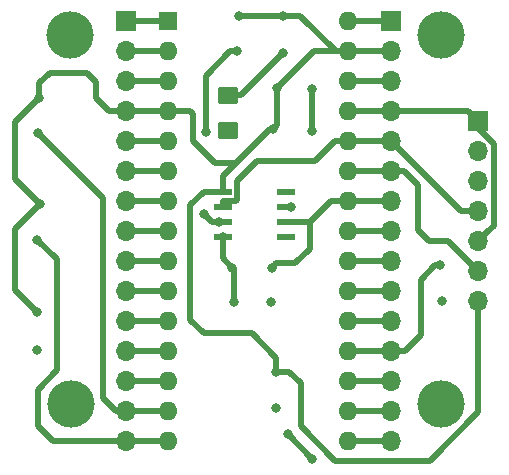
<source format=gbr>
G04 #@! TF.GenerationSoftware,KiCad,Pcbnew,5.0.2-bee76a0~70~ubuntu18.04.1*
G04 #@! TF.CreationDate,2019-01-29T19:41:14+01:00*
G04 #@! TF.ProjectId,ustepper_41_nano,75737465-7070-4657-925f-34315f6e616e,rev?*
G04 #@! TF.SameCoordinates,Original*
G04 #@! TF.FileFunction,Copper,L2,Bot*
G04 #@! TF.FilePolarity,Positive*
%FSLAX46Y46*%
G04 Gerber Fmt 4.6, Leading zero omitted, Abs format (unit mm)*
G04 Created by KiCad (PCBNEW 5.0.2-bee76a0~70~ubuntu18.04.1) date mar 29 ene 2019 19:41:14 CET*
%MOMM*%
%LPD*%
G01*
G04 APERTURE LIST*
G04 #@! TA.AperFunction,SMDPad,CuDef*
%ADD10R,1.550000X0.600000*%
G04 #@! TD*
G04 #@! TA.AperFunction,ComponentPad*
%ADD11R,1.600000X1.600000*%
G04 #@! TD*
G04 #@! TA.AperFunction,ComponentPad*
%ADD12O,1.600000X1.600000*%
G04 #@! TD*
G04 #@! TA.AperFunction,ComponentPad*
%ADD13O,1.700000X1.700000*%
G04 #@! TD*
G04 #@! TA.AperFunction,ComponentPad*
%ADD14R,1.700000X1.700000*%
G04 #@! TD*
G04 #@! TA.AperFunction,Conductor*
%ADD15C,0.100000*%
G04 #@! TD*
G04 #@! TA.AperFunction,SMDPad,CuDef*
%ADD16C,1.425000*%
G04 #@! TD*
G04 #@! TA.AperFunction,ViaPad*
%ADD17C,4.000000*%
G04 #@! TD*
G04 #@! TA.AperFunction,ViaPad*
%ADD18C,0.800000*%
G04 #@! TD*
G04 #@! TA.AperFunction,Conductor*
%ADD19C,0.500000*%
G04 #@! TD*
G04 APERTURE END LIST*
D10*
G04 #@! TO.P,U1,1*
G04 #@! TO.N,27-5V*
X139500000Y-70718920D03*
G04 #@! TO.P,U1,2*
G04 #@! TO.N,Net-(C3-Pad1)*
X139500000Y-69448920D03*
G04 #@! TO.P,U1,3*
G04 #@! TO.N,A7-ASA*
X139500000Y-68178920D03*
G04 #@! TO.P,U1,4*
G04 #@! TO.N,29-GND*
X139500000Y-66908920D03*
G04 #@! TO.P,U1,5*
G04 #@! TO.N,N/C*
X144900000Y-66908920D03*
G04 #@! TO.P,U1,6*
G04 #@! TO.N,A4-SDA*
X144900000Y-68178920D03*
G04 #@! TO.P,U1,7*
G04 #@! TO.N,A5-SCL*
X144900000Y-69448920D03*
G04 #@! TO.P,U1,8*
G04 #@! TO.N,N/C*
X144900000Y-70718920D03*
G04 #@! TD*
D11*
G04 #@! TO.P,A1,1*
G04 #@! TO.N,D1-TXD*
X134878640Y-52441740D03*
D12*
G04 #@! TO.P,A1,17*
G04 #@! TO.N,17-3V3*
X150118640Y-85461740D03*
G04 #@! TO.P,A1,2*
G04 #@! TO.N,D0-RXD*
X134878640Y-54981740D03*
G04 #@! TO.P,A1,18*
G04 #@! TO.N,18-AREF*
X150118640Y-82921740D03*
G04 #@! TO.P,A1,3*
G04 #@! TO.N,3-RST*
X134878640Y-57521740D03*
G04 #@! TO.P,A1,19*
G04 #@! TO.N,A0-V*
X150118640Y-80381740D03*
G04 #@! TO.P,A1,4*
G04 #@! TO.N,29-GND*
X134878640Y-60061740D03*
G04 #@! TO.P,A1,20*
G04 #@! TO.N,A1-I*
X150118640Y-77841740D03*
G04 #@! TO.P,A1,5*
G04 #@! TO.N,D2-*
X134878640Y-62601740D03*
G04 #@! TO.P,A1,21*
G04 #@! TO.N,A2-VEL_DER*
X150118640Y-75301740D03*
G04 #@! TO.P,A1,6*
G04 #@! TO.N,D3-*
X134878640Y-65141740D03*
G04 #@! TO.P,A1,22*
G04 #@! TO.N,A3-VEL_IZQ*
X150118640Y-72761740D03*
G04 #@! TO.P,A1,7*
G04 #@! TO.N,D4-STEP*
X134878640Y-67681740D03*
G04 #@! TO.P,A1,23*
G04 #@! TO.N,A4-SDA*
X150118640Y-70221740D03*
G04 #@! TO.P,A1,8*
G04 #@! TO.N,D5-*
X134878640Y-70221740D03*
G04 #@! TO.P,A1,24*
G04 #@! TO.N,A5-SCL*
X150118640Y-67681740D03*
G04 #@! TO.P,A1,9*
G04 #@! TO.N,D6-*
X134878640Y-72761740D03*
G04 #@! TO.P,A1,25*
G04 #@! TO.N,A6-TEMP*
X150118640Y-65141740D03*
G04 #@! TO.P,A1,10*
G04 #@! TO.N,D7-DIR*
X134878640Y-75301740D03*
G04 #@! TO.P,A1,26*
G04 #@! TO.N,A7-ASA*
X150118640Y-62601740D03*
G04 #@! TO.P,A1,11*
G04 #@! TO.N,D8-ENA*
X134878640Y-77841740D03*
G04 #@! TO.P,A1,27*
G04 #@! TO.N,27-5V*
X150118640Y-60061740D03*
G04 #@! TO.P,A1,12*
G04 #@! TO.N,D9-PWM-OUT*
X134878640Y-80381740D03*
G04 #@! TO.P,A1,28*
G04 #@! TO.N,28-RST*
X150118640Y-57521740D03*
G04 #@! TO.P,A1,13*
G04 #@! TO.N,D10-*
X134878640Y-82921740D03*
G04 #@! TO.P,A1,29*
G04 #@! TO.N,29-GND*
X150118640Y-54981740D03*
G04 #@! TO.P,A1,14*
G04 #@! TO.N,D11-MS1*
X134878640Y-85461740D03*
G04 #@! TO.P,A1,30*
G04 #@! TO.N,30-VIN*
X150118640Y-52441740D03*
G04 #@! TO.P,A1,15*
G04 #@! TO.N,D12-MS2*
X134878640Y-88001740D03*
G04 #@! TO.P,A1,16*
G04 #@! TO.N,D13-MS3*
X150118640Y-88001740D03*
G04 #@! TD*
D13*
G04 #@! TO.P,J1,15*
G04 #@! TO.N,D12-MS2*
X131315020Y-88004280D03*
G04 #@! TO.P,J1,14*
G04 #@! TO.N,D11-MS1*
X131315020Y-85464280D03*
G04 #@! TO.P,J1,13*
G04 #@! TO.N,D10-*
X131315020Y-82924280D03*
G04 #@! TO.P,J1,12*
G04 #@! TO.N,D9-PWM-OUT*
X131315020Y-80384280D03*
G04 #@! TO.P,J1,11*
G04 #@! TO.N,D8-ENA*
X131315020Y-77844280D03*
G04 #@! TO.P,J1,10*
G04 #@! TO.N,D7-DIR*
X131315020Y-75304280D03*
G04 #@! TO.P,J1,9*
G04 #@! TO.N,D6-*
X131315020Y-72764280D03*
G04 #@! TO.P,J1,8*
G04 #@! TO.N,D5-*
X131315020Y-70224280D03*
G04 #@! TO.P,J1,7*
G04 #@! TO.N,D4-STEP*
X131315020Y-67684280D03*
G04 #@! TO.P,J1,6*
G04 #@! TO.N,D3-*
X131315020Y-65144280D03*
G04 #@! TO.P,J1,5*
G04 #@! TO.N,D2-*
X131315020Y-62604280D03*
G04 #@! TO.P,J1,4*
G04 #@! TO.N,29-GND*
X131315020Y-60064280D03*
G04 #@! TO.P,J1,3*
G04 #@! TO.N,3-RST*
X131315020Y-57524280D03*
G04 #@! TO.P,J1,2*
G04 #@! TO.N,D0-RXD*
X131315020Y-54984280D03*
D14*
G04 #@! TO.P,J1,1*
G04 #@! TO.N,D1-TXD*
X131315020Y-52444280D03*
G04 #@! TD*
G04 #@! TO.P,J3,1*
G04 #@! TO.N,30-VIN*
X153720360Y-52454440D03*
D13*
G04 #@! TO.P,J3,2*
G04 #@! TO.N,29-GND*
X153720360Y-54994440D03*
G04 #@! TO.P,J3,3*
G04 #@! TO.N,28-RST*
X153720360Y-57534440D03*
G04 #@! TO.P,J3,4*
G04 #@! TO.N,27-5V*
X153720360Y-60074440D03*
G04 #@! TO.P,J3,5*
G04 #@! TO.N,A7-ASA*
X153720360Y-62614440D03*
G04 #@! TO.P,J3,6*
G04 #@! TO.N,A6-TEMP*
X153720360Y-65154440D03*
G04 #@! TO.P,J3,7*
G04 #@! TO.N,A5-SCL*
X153720360Y-67694440D03*
G04 #@! TO.P,J3,8*
G04 #@! TO.N,A4-SDA*
X153720360Y-70234440D03*
G04 #@! TO.P,J3,9*
G04 #@! TO.N,A3-VEL_IZQ*
X153720360Y-72774440D03*
G04 #@! TO.P,J3,10*
G04 #@! TO.N,A2-VEL_DER*
X153720360Y-75314440D03*
G04 #@! TO.P,J3,11*
G04 #@! TO.N,A1-I*
X153720360Y-77854440D03*
G04 #@! TO.P,J3,12*
G04 #@! TO.N,A0-V*
X153720360Y-80394440D03*
G04 #@! TO.P,J3,13*
G04 #@! TO.N,18-AREF*
X153720360Y-82934440D03*
G04 #@! TO.P,J3,14*
G04 #@! TO.N,17-3V3*
X153720360Y-85474440D03*
G04 #@! TO.P,J3,15*
G04 #@! TO.N,D13-MS3*
X153720360Y-88014440D03*
G04 #@! TD*
D14*
G04 #@! TO.P,J5,1*
G04 #@! TO.N,27-5V*
X161154940Y-60943120D03*
D13*
G04 #@! TO.P,J5,2*
G04 #@! TO.N,AIN-10V*
X161154940Y-63483120D03*
G04 #@! TO.P,J5,3*
G04 #@! TO.N,AN-OUT*
X161154940Y-66023120D03*
G04 #@! TO.P,J5,4*
G04 #@! TO.N,A7-ASA*
X161154940Y-68563120D03*
G04 #@! TO.P,J5,5*
G04 #@! TO.N,27-5V*
X161154940Y-71103120D03*
G04 #@! TO.P,J5,6*
G04 #@! TO.N,A6-TEMP*
X161154940Y-73643120D03*
G04 #@! TO.P,J5,7*
G04 #@! TO.N,29-GND*
X161154940Y-76183120D03*
G04 #@! TD*
D15*
G04 #@! TO.N,27-5V*
G04 #@! TO.C,TH1*
G36*
X140603064Y-58033124D02*
X140627333Y-58036724D01*
X140651131Y-58042685D01*
X140674231Y-58050950D01*
X140696409Y-58061440D01*
X140717453Y-58074053D01*
X140737158Y-58088667D01*
X140755337Y-58105143D01*
X140771813Y-58123322D01*
X140786427Y-58143027D01*
X140799040Y-58164071D01*
X140809530Y-58186249D01*
X140817795Y-58209349D01*
X140823756Y-58233147D01*
X140827356Y-58257416D01*
X140828560Y-58281920D01*
X140828560Y-59206920D01*
X140827356Y-59231424D01*
X140823756Y-59255693D01*
X140817795Y-59279491D01*
X140809530Y-59302591D01*
X140799040Y-59324769D01*
X140786427Y-59345813D01*
X140771813Y-59365518D01*
X140755337Y-59383697D01*
X140737158Y-59400173D01*
X140717453Y-59414787D01*
X140696409Y-59427400D01*
X140674231Y-59437890D01*
X140651131Y-59446155D01*
X140627333Y-59452116D01*
X140603064Y-59455716D01*
X140578560Y-59456920D01*
X139328560Y-59456920D01*
X139304056Y-59455716D01*
X139279787Y-59452116D01*
X139255989Y-59446155D01*
X139232889Y-59437890D01*
X139210711Y-59427400D01*
X139189667Y-59414787D01*
X139169962Y-59400173D01*
X139151783Y-59383697D01*
X139135307Y-59365518D01*
X139120693Y-59345813D01*
X139108080Y-59324769D01*
X139097590Y-59302591D01*
X139089325Y-59279491D01*
X139083364Y-59255693D01*
X139079764Y-59231424D01*
X139078560Y-59206920D01*
X139078560Y-58281920D01*
X139079764Y-58257416D01*
X139083364Y-58233147D01*
X139089325Y-58209349D01*
X139097590Y-58186249D01*
X139108080Y-58164071D01*
X139120693Y-58143027D01*
X139135307Y-58123322D01*
X139151783Y-58105143D01*
X139169962Y-58088667D01*
X139189667Y-58074053D01*
X139210711Y-58061440D01*
X139232889Y-58050950D01*
X139255989Y-58042685D01*
X139279787Y-58036724D01*
X139304056Y-58033124D01*
X139328560Y-58031920D01*
X140578560Y-58031920D01*
X140603064Y-58033124D01*
X140603064Y-58033124D01*
G37*
D16*
G04 #@! TD*
G04 #@! TO.P,TH1,1*
G04 #@! TO.N,27-5V*
X139953560Y-58744420D03*
D15*
G04 #@! TO.N,A6-TEMP*
G04 #@! TO.C,TH1*
G36*
X140603064Y-61008124D02*
X140627333Y-61011724D01*
X140651131Y-61017685D01*
X140674231Y-61025950D01*
X140696409Y-61036440D01*
X140717453Y-61049053D01*
X140737158Y-61063667D01*
X140755337Y-61080143D01*
X140771813Y-61098322D01*
X140786427Y-61118027D01*
X140799040Y-61139071D01*
X140809530Y-61161249D01*
X140817795Y-61184349D01*
X140823756Y-61208147D01*
X140827356Y-61232416D01*
X140828560Y-61256920D01*
X140828560Y-62181920D01*
X140827356Y-62206424D01*
X140823756Y-62230693D01*
X140817795Y-62254491D01*
X140809530Y-62277591D01*
X140799040Y-62299769D01*
X140786427Y-62320813D01*
X140771813Y-62340518D01*
X140755337Y-62358697D01*
X140737158Y-62375173D01*
X140717453Y-62389787D01*
X140696409Y-62402400D01*
X140674231Y-62412890D01*
X140651131Y-62421155D01*
X140627333Y-62427116D01*
X140603064Y-62430716D01*
X140578560Y-62431920D01*
X139328560Y-62431920D01*
X139304056Y-62430716D01*
X139279787Y-62427116D01*
X139255989Y-62421155D01*
X139232889Y-62412890D01*
X139210711Y-62402400D01*
X139189667Y-62389787D01*
X139169962Y-62375173D01*
X139151783Y-62358697D01*
X139135307Y-62340518D01*
X139120693Y-62320813D01*
X139108080Y-62299769D01*
X139097590Y-62277591D01*
X139089325Y-62254491D01*
X139083364Y-62230693D01*
X139079764Y-62206424D01*
X139078560Y-62181920D01*
X139078560Y-61256920D01*
X139079764Y-61232416D01*
X139083364Y-61208147D01*
X139089325Y-61184349D01*
X139097590Y-61161249D01*
X139108080Y-61139071D01*
X139120693Y-61118027D01*
X139135307Y-61098322D01*
X139151783Y-61080143D01*
X139169962Y-61063667D01*
X139189667Y-61049053D01*
X139210711Y-61036440D01*
X139232889Y-61025950D01*
X139255989Y-61017685D01*
X139279787Y-61011724D01*
X139304056Y-61008124D01*
X139328560Y-61006920D01*
X140578560Y-61006920D01*
X140603064Y-61008124D01*
X140603064Y-61008124D01*
G37*
D16*
G04 #@! TD*
G04 #@! TO.P,TH1,2*
G04 #@! TO.N,A6-TEMP*
X139953560Y-61719420D03*
D17*
G04 #@! TO.N,*
X158000000Y-53600000D03*
X126700000Y-84900000D03*
X126600000Y-53600000D03*
X158000000Y-84900000D03*
D18*
G04 #@! TO.N,Net-(C3-Pad1)*
X137906320Y-68738380D03*
X138053640Y-61829580D03*
X139227120Y-69469900D03*
X140707940Y-55007140D03*
G04 #@! TO.N,A5-SCL*
X143641640Y-73368800D03*
G04 #@! TO.N,A4-SDA*
X145320580Y-68192280D03*
X143606080Y-76218680D03*
G04 #@! TO.N,A6-TEMP*
X139923080Y-61799100D03*
X147090960Y-58199920D03*
X147032540Y-61710200D03*
G04 #@! TO.N,27-5V*
X139981500Y-58692680D03*
X144624620Y-55123980D03*
X140471720Y-76218680D03*
X140309160Y-73315460D03*
X139500000Y-70739900D03*
G04 #@! TO.N,29-GND*
X144042960Y-82114020D03*
X143783880Y-61565420D03*
X144101380Y-58141500D03*
X144624620Y-51989620D03*
X140880660Y-51989620D03*
X123804240Y-77087360D03*
X124020140Y-67945900D03*
X123976960Y-58977160D03*
X158063760Y-76144080D03*
G04 #@! TO.N,D11-MS1*
X123849960Y-61931180D03*
G04 #@! TO.N,D12-MS2*
X123806780Y-70940560D03*
G04 #@! TO.N,D13-MS3*
X123796620Y-80323320D03*
G04 #@! TO.N,A0-V*
X157918980Y-73110660D03*
G04 #@! TO.N,AN-OUT*
X147078260Y-89482560D03*
X145015780Y-87432780D03*
X143994700Y-85229660D03*
G04 #@! TD*
D19*
G04 #@! TO.N,Net-(C3-Pad1)*
X138637840Y-69469900D02*
X137906320Y-68738380D01*
X139227120Y-69469900D02*
X138637840Y-69469900D01*
X138053640Y-61263895D02*
X138053640Y-61829580D01*
X138053640Y-57095755D02*
X138053640Y-61263895D01*
X140142255Y-55007140D02*
X138053640Y-57095755D01*
X140707940Y-55007140D02*
X140142255Y-55007140D01*
G04 #@! TO.N,A5-SCL*
X153707660Y-67681740D02*
X153720360Y-67694440D01*
X150118640Y-67681740D02*
X153707660Y-67681740D01*
X148678460Y-67681740D02*
X150118640Y-67681740D01*
X144900000Y-69448920D02*
X146911280Y-69448920D01*
X146911280Y-69448920D02*
X148678460Y-67681740D01*
X146911280Y-71717140D02*
X146911280Y-69448920D01*
X145659619Y-72968801D02*
X146911280Y-71717140D01*
X143641640Y-73368800D02*
X144041639Y-72968801D01*
X144041639Y-72968801D02*
X145659619Y-72968801D01*
G04 #@! TO.N,A4-SDA*
X153707660Y-70221740D02*
X153720360Y-70234440D01*
X150118640Y-70221740D02*
X153707660Y-70221740D01*
G04 #@! TO.N,A7-ASA*
X153707660Y-62601740D02*
X153720360Y-62614440D01*
X150118640Y-62601740D02*
X153707660Y-62601740D01*
X159669040Y-68563120D02*
X161154940Y-68563120D01*
X153720360Y-62614440D02*
X159669040Y-68563120D01*
X148987270Y-62601740D02*
X150118640Y-62601740D01*
X147326110Y-64262900D02*
X148987270Y-62601740D01*
X139500000Y-67658921D02*
X140635001Y-67658921D01*
X139500000Y-68178920D02*
X139500000Y-67658921D01*
X140635001Y-67658921D02*
X140725001Y-67568921D01*
X140725001Y-67568921D02*
X140725001Y-65983199D01*
X140725001Y-65983199D02*
X142445300Y-64262900D01*
X142445300Y-64262900D02*
X147326110Y-64262900D01*
G04 #@! TO.N,A6-TEMP*
X153707660Y-65141740D02*
X153720360Y-65154440D01*
X150118640Y-65141740D02*
X153707660Y-65141740D01*
X147090960Y-61651780D02*
X147032540Y-61710200D01*
X147090960Y-58199920D02*
X147090960Y-61651780D01*
X158609860Y-71098040D02*
X161154940Y-73643120D01*
X156996960Y-71098040D02*
X158609860Y-71098040D01*
X156057160Y-70158240D02*
X156996960Y-71098040D01*
X156057160Y-66350780D02*
X156057160Y-70158240D01*
X153720360Y-65154440D02*
X154860820Y-65154440D01*
X154860820Y-65154440D02*
X156057160Y-66350780D01*
G04 #@! TO.N,27-5V*
X153707660Y-60061740D02*
X153720360Y-60074440D01*
X150118640Y-60061740D02*
X153707660Y-60061740D01*
X139500000Y-72506300D02*
X140309160Y-73315460D01*
X139500000Y-70718920D02*
X139500000Y-70739900D01*
X140471720Y-73478020D02*
X140309160Y-73315460D01*
X140471720Y-76218680D02*
X140471720Y-73478020D01*
X141055920Y-58692680D02*
X144624620Y-55123980D01*
X139981500Y-58692680D02*
X141055920Y-58692680D01*
X162004939Y-70253121D02*
X161154940Y-71103120D01*
X162454941Y-69803119D02*
X162004939Y-70253121D01*
X160538942Y-60943120D02*
X162454941Y-62859119D01*
X162454941Y-62859119D02*
X162454941Y-69803119D01*
X161154940Y-60943120D02*
X160538942Y-60943120D01*
X160286260Y-60074440D02*
X161154940Y-60943120D01*
X153720360Y-60074440D02*
X160286260Y-60074440D01*
X139500000Y-70739900D02*
X139500000Y-72506300D01*
G04 #@! TO.N,17-3V3*
X153707660Y-85461740D02*
X153720360Y-85474440D01*
X150118640Y-85461740D02*
X153707660Y-85461740D01*
G04 #@! TO.N,29-GND*
X134876100Y-60064280D02*
X134878640Y-60061740D01*
X131315020Y-60064280D02*
X134876100Y-60064280D01*
X153707660Y-54981740D02*
X153720360Y-54994440D01*
X150118640Y-54981740D02*
X153707660Y-54981740D01*
X123620141Y-67545901D02*
X124020140Y-67945900D01*
X121925010Y-65850770D02*
X123620141Y-67545901D01*
X121925010Y-61029110D02*
X121925010Y-65850770D01*
X123976960Y-58977160D02*
X121925010Y-61029110D01*
X123804240Y-77087360D02*
X121950040Y-75233160D01*
X121950040Y-70016000D02*
X124020140Y-67945900D01*
X121950040Y-75233160D02*
X121950040Y-70016000D01*
X123976960Y-57697000D02*
X123976960Y-58977160D01*
X129877380Y-60064280D02*
X128795340Y-58982240D01*
X131315020Y-60064280D02*
X129877380Y-60064280D01*
X128795340Y-58982240D02*
X128795340Y-57615720D01*
X128795340Y-57615720D02*
X127997780Y-56818160D01*
X127997780Y-56818160D02*
X124855800Y-56818160D01*
X124855800Y-56818160D02*
X123976960Y-57697000D01*
X140880660Y-51989620D02*
X144624620Y-51989620D01*
X149067080Y-54981740D02*
X150118640Y-54981740D01*
X144624620Y-51989620D02*
X146074960Y-51989620D01*
X146074960Y-51989620D02*
X149067080Y-54981740D01*
X147261140Y-54981740D02*
X150118640Y-54981740D01*
X144101380Y-58141500D02*
X147261140Y-54981740D01*
X144101380Y-61247920D02*
X143783880Y-61565420D01*
X144101380Y-58141500D02*
X144101380Y-61247920D01*
X143550200Y-61565420D02*
X140619040Y-64496580D01*
X143783880Y-61565420D02*
X143550200Y-61565420D01*
X139500000Y-65587680D02*
X139500000Y-66908920D01*
X140591100Y-64496580D02*
X139500000Y-65587680D01*
X161154940Y-85560800D02*
X161154940Y-76183120D01*
X145086900Y-82114020D02*
X146100360Y-83127480D01*
X146100360Y-83127480D02*
X146100360Y-86731740D01*
X146100360Y-86731740D02*
X149036600Y-89667980D01*
X144042960Y-82114020D02*
X145086900Y-82114020D01*
X149036600Y-89667980D02*
X157047760Y-89667980D01*
X157047760Y-89667980D02*
X161154940Y-85560800D01*
X144042960Y-80960860D02*
X144042960Y-82114020D01*
X137912060Y-66908920D02*
X136770940Y-68050040D01*
X139500000Y-66908920D02*
X137912060Y-66908920D01*
X136770940Y-68050040D02*
X136770940Y-77740140D01*
X136770940Y-77740140D02*
X137893620Y-78862820D01*
X141944920Y-78862820D02*
X144042960Y-80960860D01*
X137893620Y-78862820D02*
X141944920Y-78862820D01*
X138851200Y-64496580D02*
X140619040Y-64496580D01*
X136974140Y-62619520D02*
X138851200Y-64496580D01*
X136974140Y-60325900D02*
X136974140Y-62619520D01*
X134878640Y-60061740D02*
X136709980Y-60061740D01*
X136709980Y-60061740D02*
X136974140Y-60325900D01*
G04 #@! TO.N,30-VIN*
X153707660Y-52441740D02*
X153720360Y-52454440D01*
X150118640Y-52441740D02*
X153707660Y-52441740D01*
G04 #@! TO.N,D1-TXD*
X134876100Y-52444280D02*
X134878640Y-52441740D01*
X131315020Y-52444280D02*
X134876100Y-52444280D01*
G04 #@! TO.N,D0-RXD*
X134876100Y-54984280D02*
X134878640Y-54981740D01*
X131315020Y-54984280D02*
X134876100Y-54984280D01*
G04 #@! TO.N,18-AREF*
X153707660Y-82921740D02*
X153720360Y-82934440D01*
X150118640Y-82921740D02*
X153707660Y-82921740D01*
G04 #@! TO.N,3-RST*
X134876100Y-57524280D02*
X134878640Y-57521740D01*
X131315020Y-57524280D02*
X134876100Y-57524280D01*
G04 #@! TO.N,D5-*
X134876100Y-70224280D02*
X134878640Y-70221740D01*
X131315020Y-70224280D02*
X134876100Y-70224280D01*
G04 #@! TO.N,D6-*
X134876100Y-72764280D02*
X134878640Y-72761740D01*
X131315020Y-72764280D02*
X134876100Y-72764280D01*
G04 #@! TO.N,28-RST*
X153707660Y-57521740D02*
X153720360Y-57534440D01*
X150118640Y-57521740D02*
X153707660Y-57521740D01*
G04 #@! TO.N,D2-*
X134876100Y-62604280D02*
X134878640Y-62601740D01*
X131315020Y-62604280D02*
X134876100Y-62604280D01*
G04 #@! TO.N,D3-*
X134876100Y-65144280D02*
X134878640Y-65141740D01*
X131315020Y-65144280D02*
X134876100Y-65144280D01*
G04 #@! TO.N,D4-STEP*
X134876100Y-67684280D02*
X134878640Y-67681740D01*
X131315020Y-67684280D02*
X134876100Y-67684280D01*
G04 #@! TO.N,D7-DIR*
X134876100Y-75304280D02*
X134878640Y-75301740D01*
X131315020Y-75304280D02*
X134876100Y-75304280D01*
G04 #@! TO.N,D8-ENA*
X134876100Y-77844280D02*
X134878640Y-77841740D01*
X131315020Y-77844280D02*
X134876100Y-77844280D01*
G04 #@! TO.N,D11-MS1*
X134876100Y-85464280D02*
X134878640Y-85461740D01*
X131315020Y-85464280D02*
X134876100Y-85464280D01*
X124249959Y-62331179D02*
X123849960Y-61931180D01*
X129341440Y-67422660D02*
X124249959Y-62331179D01*
X131315020Y-85464280D02*
X130479360Y-85464280D01*
X129341440Y-84326360D02*
X129341440Y-67422660D01*
X130479360Y-85464280D02*
X129341440Y-84326360D01*
G04 #@! TO.N,D12-MS2*
X134876100Y-88004280D02*
X134878640Y-88001740D01*
X131315020Y-88004280D02*
X134876100Y-88004280D01*
X125475560Y-82025120D02*
X125475560Y-72609340D01*
X123839800Y-83660880D02*
X125475560Y-82025120D01*
X125475560Y-72609340D02*
X123806780Y-70940560D01*
X123839800Y-86744440D02*
X123839800Y-83660880D01*
X131315020Y-88004280D02*
X125099640Y-88004280D01*
X125099640Y-88004280D02*
X123839800Y-86744440D01*
G04 #@! TO.N,D13-MS3*
X153707660Y-88001740D02*
X153720360Y-88014440D01*
X150118640Y-88001740D02*
X153707660Y-88001740D01*
G04 #@! TO.N,A0-V*
X153707660Y-80381740D02*
X153720360Y-80394440D01*
X150118640Y-80381740D02*
X153707660Y-80381740D01*
X157511640Y-73110660D02*
X157918980Y-73110660D01*
X156255280Y-79061601D02*
X156255280Y-74367020D01*
X153720360Y-80394440D02*
X154922441Y-80394440D01*
X156255280Y-74367020D02*
X157511640Y-73110660D01*
X154922441Y-80394440D02*
X156255280Y-79061601D01*
G04 #@! TO.N,D9-PWM-OUT*
X134876100Y-80384280D02*
X134878640Y-80381740D01*
X131315020Y-80384280D02*
X134876100Y-80384280D01*
G04 #@! TO.N,D10-*
X134876100Y-82924280D02*
X134878640Y-82921740D01*
X131315020Y-82924280D02*
X134876100Y-82924280D01*
G04 #@! TO.N,AN-OUT*
X145028478Y-87432780D02*
X145015780Y-87432780D01*
X147078260Y-89482560D02*
X145028478Y-87432780D01*
G04 #@! TO.N,A1-I*
X153707660Y-77841740D02*
X153720360Y-77854440D01*
X150118640Y-77841740D02*
X153707660Y-77841740D01*
G04 #@! TO.N,A2-VEL_DER*
X153707660Y-75301740D02*
X153720360Y-75314440D01*
X150118640Y-75301740D02*
X153707660Y-75301740D01*
G04 #@! TO.N,A3-VEL_IZQ*
X153707660Y-72761740D02*
X153720360Y-72774440D01*
X150118640Y-72761740D02*
X153707660Y-72761740D01*
G04 #@! TD*
M02*

</source>
